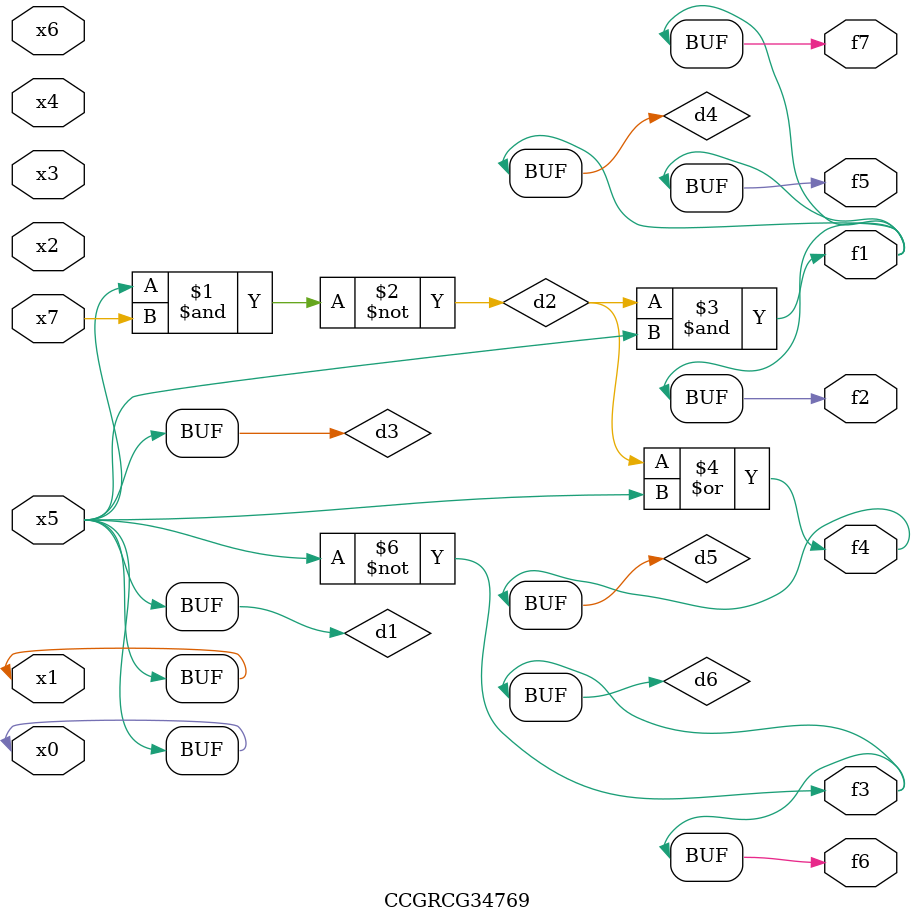
<source format=v>
module CCGRCG34769(
	input x0, x1, x2, x3, x4, x5, x6, x7,
	output f1, f2, f3, f4, f5, f6, f7
);

	wire d1, d2, d3, d4, d5, d6;

	buf (d1, x0, x5);
	nand (d2, x5, x7);
	buf (d3, x0, x1);
	and (d4, d2, d3);
	or (d5, d2, d3);
	nor (d6, d1, d3);
	assign f1 = d4;
	assign f2 = d4;
	assign f3 = d6;
	assign f4 = d5;
	assign f5 = d4;
	assign f6 = d6;
	assign f7 = d4;
endmodule

</source>
